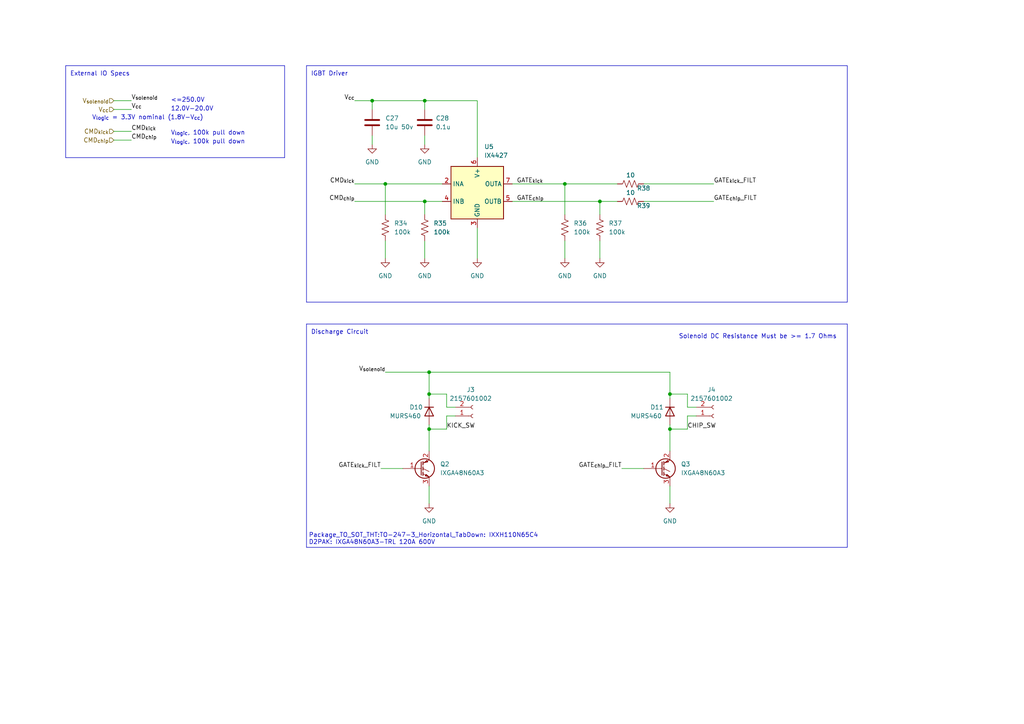
<source format=kicad_sch>
(kicad_sch (version 20230121) (generator eeschema)
  (paper "A4")
  (title_block (title "Kicker Board") (date "2023-02-03") (rev "v1.0.0") (company "A-Team") (comment 1 "Author: W. Stuckey"))
  (lib_symbols
    (symbol "AT-PowerIC:IX4427"
      (property "Reference" "U" (at -7.62 8.89 0))
      (property "Value" "IX4427" (at 1.27 8.89 0))
      (symbol "IX4427_0_1"
        (rectangle (start -7.62 -7.62) (end 7.62 7.62) (stroke (width 0.254)) (fill (type background)))
      )
      (symbol "IX4427_1_1"
        (pin no_connect line (at -7.62 0 0) (length 2.54) hide (name "NC") (number "1"))
        (pin input line (at -10.16 2.54 0) (length 2.54) (name "INA") (number "2"))
        (pin power_in line (at 0 -10.16 90) (length 2.54) (name "GND") (number "3"))
        (pin input line (at -10.16 -2.54 0) (length 2.54) (name "INB") (number "4"))
        (pin output line (at 10.16 -2.54 180) (length 2.54) (name "OUTB") (number "5"))
        (pin power_in line (at 0 10.16 270) (length 2.54) (name "V+") (number "6"))
        (pin output line (at 10.16 2.54 180) (length 2.54) (name "OUTA") (number "7"))
        (pin no_connect line (at 7.62 0 180) (length 2.54) hide (name "NC") (number "8"))
      )
    )
    (symbol "Connector:Conn_01x02_Female" (pin_names (offset 1.016) hide)
      (property "Reference" "J" (at 0 2.54 0))
      (property "Value" "Conn_01x02_Female" (at 0 -5.08 0))
      (symbol "Conn_01x02_Female_1_1"
        (arc (start 0 -2.032) (mid -0.5058 -2.54) (end 0 -3.048) (stroke (width 0.1524)))
        (polyline (pts (xy -1.27 -2.54) (xy -0.508 -2.54)) (stroke (width 0.1524)))
        (polyline (pts (xy -1.27 0) (xy -0.508 0)) (stroke (width 0.1524)))
        (arc (start 0 0.508) (mid -0.5058 0) (end 0 -0.508) (stroke (width 0.1524)))
        (pin passive line (at -5.08 0 0) (length 3.81) (name "Pin_1") (number "1"))
        (pin passive line (at -5.08 -2.54 0) (length 3.81) (name "Pin_2") (number "2"))
      )
    )
    (symbol "Device:C" (pin_numbers hide) (pin_names (offset 0.254))
      (property "Reference" "C" (at 0.635 2.54 0))
      (property "Value" "C" (at 0.635 -2.54 0))
      (symbol "C_0_1"
        (polyline (pts (xy -2.032 -0.762) (xy 2.032 -0.762)) (stroke (width 0.508)))
        (polyline (pts (xy -2.032 0.762) (xy 2.032 0.762)) (stroke (width 0.508)))
      )
      (symbol "C_1_1"
        (pin passive line (at 0 3.81 270) (length 2.794) (name "~") (number "1"))
        (pin passive line (at 0 -3.81 90) (length 2.794) (name "~") (number "2"))
      )
    )
    (symbol "Device:D" (pin_numbers hide) (pin_names (offset 1.016) hide)
      (property "Reference" "D" (at 0 2.54 0))
      (property "Value" "D" (at 0 -2.54 0))
      (symbol "D_0_1"
        (polyline (pts (xy -1.27 1.27) (xy -1.27 -1.27)) (stroke (width 0.254)))
        (polyline (pts (xy 1.27 0) (xy -1.27 0)))
        (polyline (pts (xy 1.27 1.27) (xy 1.27 -1.27) (xy -1.27 0) (xy 1.27 1.27)) (stroke (width 0.254)))
      )
      (symbol "D_1_1"
        (pin passive line (at -3.81 0 0) (length 2.54) (name "K") (number "1"))
        (pin passive line (at 3.81 0 180) (length 2.54) (name "A") (number "2"))
      )
    )
    (symbol "Device:Q_NIGBT_GCE" (pin_names (offset 0) hide)
      (property "Reference" "Q" (at 5.08 1.27 0))
      (property "Value" "Q_NIGBT_GCE" (at 5.08 -1.27 0))
      (symbol "Q_NIGBT_GCE_0_1"
        (polyline (pts (xy 0.762 -1.016) (xy 0.762 -2.032)) (stroke (width 0.254)))
        (polyline (pts (xy 0.762 0.508) (xy 0.762 -0.508)) (stroke (width 0.254)))
        (polyline (pts (xy 0.762 2.032) (xy 0.762 1.016)) (stroke (width 0.254)))
        (polyline (pts (xy 2.54 -2.413) (xy 0.762 -1.524)))
        (polyline (pts (xy 2.54 -0.889) (xy 0.762 0)))
        (polyline (pts (xy 2.54 2.413) (xy 0.762 1.524)))
        (polyline (pts (xy 0.254 1.905) (xy 0.254 -1.905) (xy 0.254 -1.905)) (stroke (width 0.254)))
        (polyline (pts (xy 1.397 -2.159) (xy 1.651 -1.651) (xy 2.54 -2.413) (xy 1.397 -2.159)) (fill (type outline)))
        (polyline (pts (xy 2.159 1.905) (xy 1.905 2.413) (xy 1.016 1.651) (xy 2.159 1.905)) (fill (type outline)))
        (circle (center 1.27 0) (radius 2.8194) (stroke (width 0.254)))
      )
      (symbol "Q_NIGBT_GCE_1_1"
        (pin input line (at -5.08 0 0) (length 5.334) (name "G") (number "1"))
        (pin passive line (at 2.54 5.08 270) (length 2.54) (name "C") (number "2"))
        (pin passive line (at 2.54 -5.08 90) (length 2.54) (name "E") (number "3"))
      )
    )
    (symbol "Device:R_US" (pin_numbers hide) (pin_names (offset 0))
      (property "Reference" "R" (at 2.54 0 90))
      (property "Value" "R_US" (at -2.54 0 90))
      (symbol "R_US_0_1"
        (polyline (pts (xy 0 -2.286) (xy 0 -2.54)))
        (polyline (pts (xy 0 2.286) (xy 0 2.54)))
        (polyline (pts (xy 0 -0.762) (xy 1.016 -1.143) (xy 0 -1.524) (xy -1.016 -1.905) (xy 0 -2.286)))
        (polyline (pts (xy 0 0.762) (xy 1.016 0.381) (xy 0 0) (xy -1.016 -0.381) (xy 0 -0.762)))
        (polyline (pts (xy 0 2.286) (xy 1.016 1.905) (xy 0 1.524) (xy -1.016 1.143) (xy 0 0.762)))
      )
      (symbol "R_US_1_1"
        (pin passive line (at 0 3.81 270) (length 1.27) (name "~") (number "1"))
        (pin passive line (at 0 -3.81 90) (length 1.27) (name "~") (number "2"))
      )
    )
    (symbol "power:GND" (power) (pin_names (offset 0))
      (property "Value" "GND" (at 0 -3.81 0))
      (symbol "GND_0_1"
        (polyline (pts (xy 0 0) (xy 0 -1.27) (xy 1.27 -1.27) (xy 0 -2.54) (xy -1.27 -1.27) (xy 0 -1.27)))
      )
      (symbol "GND_1_1"
        (pin power_in line (at 0 0 270) (length 0) hide (name "GND") (number "1"))
      )
    )
  )
  (junction (at 124.46 124.46))
  (junction (at 173.99 58.42))
  (junction (at 123.19 29.21))
  (junction (at 107.95 29.21))
  (junction (at 111.76 53.34))
  (junction (at 194.31 124.46))
  (junction (at 123.19 58.42))
  (junction (at 194.31 114.3))
  (junction (at 124.46 107.95))
  (junction (at 163.83 53.34))
  (junction (at 124.46 114.3))
  (polyline (pts (xy 88.9 19.05) (xy 88.9 87.63)))
  (wire (pts (xy 199.39 114.3) (xy 194.31 114.3)))
  (polyline (pts (xy 245.745 158.75) (xy 88.9 158.75)))
  (wire (pts (xy 124.46 107.95) (xy 194.31 107.95)))
  (wire (pts (xy 194.31 107.95) (xy 194.31 114.3)))
  (wire (pts (xy 129.54 118.11) (xy 132.08 118.11)))
  (wire (pts (xy 33.02 31.75) (xy 38.1 31.75)))
  (wire (pts (xy 124.46 123.19) (xy 124.46 124.46)))
  (wire (pts (xy 194.31 140.97) (xy 194.31 146.05)))
  (wire (pts (xy 102.87 53.34) (xy 111.76 53.34)))
  (wire (pts (xy 111.76 69.85) (xy 111.76 74.93)))
  (wire (pts (xy 163.83 53.34) (xy 179.07 53.34)))
  (wire (pts (xy 124.46 114.3) (xy 124.46 115.57)))
  (wire (pts (xy 186.69 58.42) (xy 207.01 58.42)))
  (wire (pts (xy 173.99 69.85) (xy 173.99 74.93)))
  (wire (pts (xy 194.31 123.19) (xy 194.31 124.46)))
  (polyline (pts (xy 88.9 93.98) (xy 245.745 93.98)))
  (wire (pts (xy 148.59 58.42) (xy 173.99 58.42)))
  (wire (pts (xy 110.49 135.89) (xy 116.84 135.89)))
  (wire (pts (xy 173.99 58.42) (xy 173.99 62.23)))
  (polyline (pts (xy 245.745 19.05) (xy 245.745 87.63)))
  (wire (pts (xy 102.87 29.21) (xy 107.95 29.21)))
  (wire (pts (xy 111.76 53.34) (xy 111.76 62.23)))
  (polyline (pts (xy 82.55 45.72) (xy 19.05 45.72)))
  (wire (pts (xy 194.31 114.3) (xy 194.31 115.57)))
  (polyline (pts (xy 88.9 19.05) (xy 245.745 19.05)))
  (polyline (pts (xy 88.9 93.98) (xy 88.9 158.75)))
  (wire (pts (xy 123.19 29.21) (xy 123.19 31.75)))
  (wire (pts (xy 107.95 29.21) (xy 123.19 29.21)))
  (wire (pts (xy 180.34 135.89) (xy 186.69 135.89)))
  (wire (pts (xy 199.39 120.65) (xy 199.39 124.46)))
  (wire (pts (xy 132.08 120.65) (xy 129.54 120.65)))
  (wire (pts (xy 163.83 69.85) (xy 163.83 74.93)))
  (wire (pts (xy 124.46 107.95) (xy 124.46 114.3)))
  (wire (pts (xy 194.31 124.46) (xy 194.31 130.81)))
  (wire (pts (xy 102.87 58.42) (xy 123.19 58.42)))
  (polyline (pts (xy 245.745 93.98) (xy 245.745 158.75)))
  (wire (pts (xy 107.95 39.37) (xy 107.95 41.91)))
  (wire (pts (xy 199.39 118.11) (xy 199.39 114.3)))
  (wire (pts (xy 163.83 53.34) (xy 163.83 62.23)))
  (wire (pts (xy 33.02 40.64) (xy 38.1 40.64)))
  (wire (pts (xy 33.02 38.1) (xy 38.1 38.1)))
  (wire (pts (xy 107.95 29.21) (xy 107.95 31.75)))
  (wire (pts (xy 199.39 124.46) (xy 194.31 124.46)))
  (polyline (pts (xy 82.55 19.05) (xy 82.55 45.72)))
  (wire (pts (xy 111.76 107.95) (xy 124.46 107.95)))
  (wire (pts (xy 129.54 118.11) (xy 129.54 114.3)))
  (wire (pts (xy 33.02 29.21) (xy 38.1 29.21)))
  (wire (pts (xy 138.43 29.21) (xy 123.19 29.21)))
  (wire (pts (xy 111.76 53.34) (xy 128.27 53.34)))
  (wire (pts (xy 186.69 53.34) (xy 207.01 53.34)))
  (wire (pts (xy 124.46 140.97) (xy 124.46 146.05)))
  (wire (pts (xy 173.99 58.42) (xy 179.07 58.42)))
  (polyline (pts (xy 19.05 19.05) (xy 82.55 19.05)))
  (wire (pts (xy 124.46 124.46) (xy 124.46 130.81)))
  (wire (pts (xy 138.43 29.21) (xy 138.43 45.72)))
  (polyline (pts (xy 245.745 87.63) (xy 88.9 87.63)))
  (wire (pts (xy 123.19 58.42) (xy 123.19 62.23)))
  (wire (pts (xy 201.93 118.11) (xy 199.39 118.11)))
  (wire (pts (xy 148.59 53.34) (xy 163.83 53.34)))
  (wire (pts (xy 123.19 58.42) (xy 128.27 58.42)))
  (polyline (pts (xy 19.05 19.05) (xy 19.05 45.72)))
  (wire (pts (xy 123.19 69.85) (xy 123.19 74.93)))
  (wire (pts (xy 123.19 39.37) (xy 123.19 41.91)))
  (wire (pts (xy 201.93 120.65) (xy 199.39 120.65)))
  (wire (pts (xy 129.54 120.65) (xy 129.54 124.46)))
  (wire (pts (xy 129.54 114.3) (xy 124.46 114.3)))
  (wire (pts (xy 129.54 124.46) (xy 124.46 124.46)))
  (wire (pts (xy 138.43 66.04) (xy 138.43 74.93)))
  (text "Solenoid DC Resistance Must be >= 1.7 Ohms" (at 196.85 98.425 0) (effects (font (size 1.27 1.27)) (justify left bottom)))
  (text "IGBT Driver" (at 90.17 22.225 0) (effects (font (size 1.27 1.27)) (justify left bottom)))
  (text "12.0V-20.0V" (at 49.53 32.385 0) (effects (font (size 1.27 1.27)) (justify left bottom)))
  (text "V_{logic}, 100k pull down" (at 49.53 39.37 0) (effects (font (size 1.27 1.27)) (justify left bottom)))
  (text "External IO Specs" (at 20.32 22.225 0) (effects (font (size 1.27 1.27)) (justify left bottom)))
  (text "Discharge Circuit" (at 90.17 97.155 0) (effects (font (size 1.27 1.27)) (justify left bottom)))
  (text "V_{logic}, 100k pull down" (at 49.53 41.91 0) (effects (font (size 1.27 1.27)) (justify left bottom)))
  (text "Package_TO_SOT_THT:TO-247-3_Horizontal_TabDown: IXXH110N65C4\nD2PAK: IXGA48N60A3-TRL 120A 600V" (at 89.535 158.115 0) (effects (font (size 1.27 1.27)) (justify left bottom)))
  (text "<=250.0V" (at 49.53 29.845 0) (effects (font (size 1.27 1.27)) (justify left bottom)))
  (text "V_{logic} = 3.3V nominal (1.8V-V_{cc})" (at 26.67 34.925 0) (effects (font (size 1.27 1.27)) (justify left bottom)))
  (label "GATE_{kick}_FILT" (at 207.01 53.34 0))
  (label "GATE_{kick}_FILT" (at 110.49 135.89 180))
  (label "V_{cc}" (at 38.1 31.75 0))
  (label "V_{cc}" (at 102.87 29.21 180))
  (label "GATE_{chip}_FILT" (at 180.34 135.89 180))
  (label "GATE_{kick}" (at 149.86 53.34 0))
  (label "GATE_{chip}" (at 149.86 58.42 0))
  (label "CMD_{kick}" (at 38.1 38.1 0))
  (label "CMD_{kick}" (at 102.87 53.34 180))
  (label "CMD_{chip}" (at 38.1 40.64 0))
  (label "CMD_{chip}" (at 102.87 58.42 180))
  (label "GATE_{chip}_FILT" (at 207.01 58.42 0))
  (label "V_{solenoid}" (at 111.76 107.95 180))
  (label "KICK_SW" (at 129.54 124.46 0))
  (label "CHIP_SW" (at 199.39 124.46 0))
  (label "V_{solenoid}" (at 38.1 29.21 0))
  (hierarchical_label "CMD_{kick}" (shape input) (at 33.02 38.1 180))
  (hierarchical_label "V_{cc}" (shape input) (at 33.02 31.75 180))
  (hierarchical_label "V_{solenoid}" (shape input) (at 33.02 29.21 180))
  (hierarchical_label "CMD_{chip}" (shape input) (at 33.02 40.64 180))
  (symbol (lib_id "Connector:Conn_01x02_Female") (at 137.16 120.65 0) (mirror x) (unit 1)
    (property "Reference" "J3" (at 136.525 113.03 0))
    (property "Value" "2157601002" (at 136.525 115.57 0))
    (property "Footprint" "AT-Connectors:2157601002" (effects hide))
  )
  (symbol (lib_id "Device:D") (at 194.31 119.38 270) (unit 1)
    (property "Reference" "D11" (at 188.595 118.11 90) (effects (justify left)))
    (property "Value" "MURS460" (at 182.88 120.65 90) (effects (justify left)))
    (property "Footprint" "Diode_SMD:D_SMC" (effects hide))
    (property "Sim.Device" "D" (effects hide))
    (property "Sim.Pins" "1=K 2=A" (effects hide))
    (property "LCSC" "C2903865" (effects hide))
  )
  (symbol (lib_id "Connector:Conn_01x02_Female") (at 207.01 120.65 0) (mirror x) (unit 1)
    (property "Reference" "J4" (at 206.375 113.03 0))
    (property "Value" "2157601002" (at 206.375 115.57 0))
    (property "Footprint" "AT-Connectors:2157601002" (effects hide))
  )
  (symbol (lib_id "power:GND") (at 124.46 146.05 0) (unit 1)
    (property "Reference" "#PWR064" (effects hide))
    (property "Value" "GND" (at 124.46 151.13 0))
  )
  (symbol (lib_id "power:GND") (at 107.95 41.91 0) (unit 1)
    (property "Reference" "#PWR060" (effects hide))
    (property "Value" "GND" (at 107.95 46.99 0))
  )
  (symbol (lib_id "Device:Q_NIGBT_GCE") (at 191.77 135.89 0) (unit 1)
    (property "Reference" "Q3" (at 197.485 134.6199 0) (effects (justify left)))
    (property "Value" "IXGA48N60A3" (at 197.485 137.1599 0) (effects (justify left)))
    (property "Footprint" "Package_TO_SOT_SMD:TO-263-2" (effects hide))
  )
  (symbol (lib_id "power:GND") (at 138.43 74.93 0) (unit 1)
    (property "Reference" "#PWR065" (effects hide))
    (property "Value" "GND" (at 138.43 80.01 0))
  )
  (symbol (lib_id "Device:R_US") (at 111.76 66.04 0) (unit 1)
    (property "Reference" "R34" (at 114.3 64.7699 0) (effects (justify left)))
    (property "Value" "100k" (at 114.3 67.3099 0) (effects (justify left)))
    (property "Footprint" "Resistor_SMD:R_0603_1608Metric" (effects hide))
    (property "LCSC" "C25803" (effects hide))
  )
  (symbol (lib_id "power:GND") (at 173.99 74.93 0) (unit 1)
    (property "Reference" "#PWR067" (effects hide))
    (property "Value" "GND" (at 173.99 80.01 0))
  )
  (symbol (lib_id "Device:Q_NIGBT_GCE") (at 121.92 135.89 0) (unit 1)
    (property "Reference" "Q2" (at 127.635 134.6199 0) (effects (justify left)))
    (property "Value" "IXGA48N60A3" (at 127.635 137.1599 0) (effects (justify left)))
    (property "Footprint" "Package_TO_SOT_SMD:TO-263-2" (effects hide))
  )
  (symbol (lib_id "Device:R_US") (at 163.83 66.04 0) (unit 1)
    (property "Reference" "R36" (at 166.37 64.7699 0) (effects (justify left)))
    (property "Value" "100k" (at 166.37 67.3099 0) (effects (justify left)))
    (property "Footprint" "Resistor_SMD:R_0603_1608Metric" (effects hide))
    (property "LCSC" "C25803" (effects hide))
  )
  (symbol (lib_id "Device:R_US") (at 182.88 53.34 90) (unit 1)
    (property "Reference" "R38" (at 186.69 54.61 90))
    (property "Value" "10" (at 182.88 50.8 90))
    (property "Footprint" "Resistor_SMD:R_0603_1608Metric" (effects hide))
    (property "LCSC" "C109318" (effects hide))
  )
  (symbol (lib_id "power:GND") (at 194.31 146.05 0) (unit 1)
    (property "Reference" "#PWR068" (effects hide))
    (property "Value" "GND" (at 194.31 151.13 0))
  )
  (symbol (lib_id "Device:R_US") (at 182.88 58.42 90) (unit 1)
    (property "Reference" "R39" (at 186.69 59.69 90))
    (property "Value" "10" (at 182.88 55.88 90))
    (property "Footprint" "Resistor_SMD:R_0603_1608Metric" (effects hide))
    (property "LCSC" "C109318" (effects hide))
  )
  (symbol (lib_id "Device:C") (at 123.19 35.56 0) (unit 1)
    (property "Reference" "C28" (at 126.365 34.2899 0) (effects (justify left)))
    (property "Value" "0.1u" (at 126.365 36.8299 0) (effects (justify left)))
    (property "Footprint" "Capacitor_SMD:C_0603_1608Metric" (effects hide))
    (property "LCSC" "C14663" (effects hide))
  )
  (symbol (lib_id "AT-PowerIC:IX4427") (at 138.43 55.88 0) (unit 1)
    (property "Reference" "U5" (at 140.4494 42.545 0) (effects (justify left)))
    (property "Value" "IX4427" (at 140.4494 45.085 0) (effects (justify left)))
    (property "Footprint" "Package_SO:SOIC-8_3.9x4.9mm_P1.27mm" (effects hide))
    (property "Datasheet" "https://www.ixysic.com/home/pdfs.nsf/www/IX4426-27-28.pdf/$file/IX4426-27-28.pdf" (effects hide))
    (property "LCSC" "C171845" (effects hide))
  )
  (symbol (lib_id "Device:C") (at 107.95 35.56 0) (unit 1)
    (property "Reference" "C27" (at 111.76 34.2899 0) (effects (justify left)))
    (property "Value" "10u 50v" (at 111.76 36.8299 0) (effects (justify left)))
    (property "Footprint" "Capacitor_SMD:C_1210_3225Metric" (effects hide))
    (property "LCSC" "C77102" (effects hide))
  )
  (symbol (lib_id "power:GND") (at 163.83 74.93 0) (unit 1)
    (property "Reference" "#PWR066" (effects hide))
    (property "Value" "GND" (at 163.83 80.01 0))
  )
  (symbol (lib_id "Device:R_US") (at 123.19 66.04 0) (unit 1)
    (property "Reference" "R35" (at 125.73 64.7699 0) (effects (justify left)))
    (property "Value" "100k" (at 125.73 67.3099 0) (effects (justify left)))
    (property "Footprint" "Resistor_SMD:R_0603_1608Metric" (effects hide))
    (property "LCSC" "C25803" (effects hide))
  )
  (symbol (lib_id "power:GND") (at 123.19 74.93 0) (unit 1)
    (property "Reference" "#PWR063" (effects hide))
    (property "Value" "GND" (at 123.19 80.01 0))
  )
  (symbol (lib_id "Device:R_US") (at 173.99 66.04 0) (unit 1)
    (property "Reference" "R37" (at 176.53 64.7699 0) (effects (justify left)))
    (property "Value" "100k" (at 176.53 67.3099 0) (effects (justify left)))
    (property "Footprint" "Resistor_SMD:R_0603_1608Metric" (effects hide))
    (property "LCSC" "C25803" (effects hide))
  )
  (symbol (lib_id "Device:D") (at 124.46 119.38 270) (unit 1)
    (property "Reference" "D10" (at 118.745 118.11 90) (effects (justify left)))
    (property "Value" "MURS460" (at 113.03 120.65 90) (effects (justify left)))
    (property "Footprint" "Diode_SMD:D_SMC" (effects hide))
    (property "Sim.Device" "D" (effects hide))
    (property "Sim.Pins" "1=K 2=A" (effects hide))
    (property "LCSC" "C2903865" (effects hide))
  )
  (symbol (lib_id "power:GND") (at 111.76 74.93 0) (unit 1)
    (property "Reference" "#PWR061" (effects hide))
    (property "Value" "GND" (at 111.76 80.01 0))
  )
  (symbol (lib_id "power:GND") (at 123.19 41.91 0) (unit 1)
    (property "Reference" "#PWR062" (effects hide))
    (property "Value" "GND" (at 123.19 46.99 0))
  )
)
</source>
